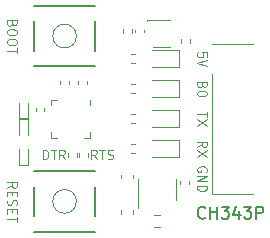
<source format=gbr>
%TF.GenerationSoftware,KiCad,Pcbnew,(5.1.12-1-10_14)*%
%TF.CreationDate,2022-05-25T15:41:46+08:00*%
%TF.ProjectId,USB2TTL,55534232-5454-44c2-9e6b-696361645f70,V1.0*%
%TF.SameCoordinates,Original*%
%TF.FileFunction,Legend,Top*%
%TF.FilePolarity,Positive*%
%FSLAX46Y46*%
G04 Gerber Fmt 4.6, Leading zero omitted, Abs format (unit mm)*
G04 Created by KiCad (PCBNEW (5.1.12-1-10_14)) date 2022-05-25 15:41:46*
%MOMM*%
%LPD*%
G01*
G04 APERTURE LIST*
%ADD10C,0.150000*%
%ADD11C,0.120000*%
%ADD12C,0.127000*%
G04 APERTURE END LIST*
D10*
X22907023Y1642858D02*
X22859404Y1595239D01*
X22716547Y1547620D01*
X22621309Y1547620D01*
X22478452Y1595239D01*
X22383214Y1690477D01*
X22335595Y1785715D01*
X22287976Y1976191D01*
X22287976Y2119048D01*
X22335595Y2309524D01*
X22383214Y2404762D01*
X22478452Y2500000D01*
X22621309Y2547620D01*
X22716547Y2547620D01*
X22859404Y2500000D01*
X22907023Y2452381D01*
X23335595Y1547620D02*
X23335595Y2547620D01*
X23335595Y2071429D02*
X23907023Y2071429D01*
X23907023Y1547620D02*
X23907023Y2547620D01*
X24287976Y2547620D02*
X24907023Y2547620D01*
X24573690Y2166667D01*
X24716547Y2166667D01*
X24811785Y2119048D01*
X24859404Y2071429D01*
X24907023Y1976191D01*
X24907023Y1738096D01*
X24859404Y1642858D01*
X24811785Y1595239D01*
X24716547Y1547620D01*
X24430833Y1547620D01*
X24335595Y1595239D01*
X24287976Y1642858D01*
X25764166Y2214286D02*
X25764166Y1547620D01*
X25526071Y2595239D02*
X25287976Y1880953D01*
X25907023Y1880953D01*
X26192738Y2547620D02*
X26811785Y2547620D01*
X26478452Y2166667D01*
X26621309Y2166667D01*
X26716547Y2119048D01*
X26764166Y2071429D01*
X26811785Y1976191D01*
X26811785Y1738096D01*
X26764166Y1642858D01*
X26716547Y1595239D01*
X26621309Y1547620D01*
X26335595Y1547620D01*
X26240357Y1595239D01*
X26192738Y1642858D01*
X27240357Y1547620D02*
X27240357Y2547620D01*
X27621309Y2547620D01*
X27716547Y2500000D01*
X27764166Y2452381D01*
X27811785Y2357143D01*
X27811785Y2214286D01*
X27764166Y2119048D01*
X27716547Y2071429D01*
X27621309Y2023810D01*
X27240357Y2023810D01*
D11*
X13725619Y6588096D02*
X13458952Y6969048D01*
X13268476Y6588096D02*
X13268476Y7388096D01*
X13573238Y7388096D01*
X13649428Y7350000D01*
X13687523Y7311905D01*
X13725619Y7235715D01*
X13725619Y7121429D01*
X13687523Y7045239D01*
X13649428Y7007143D01*
X13573238Y6969048D01*
X13268476Y6969048D01*
X13954190Y7388096D02*
X14411333Y7388096D01*
X14182761Y6588096D02*
X14182761Y7388096D01*
X14639904Y6626191D02*
X14754190Y6588096D01*
X14944666Y6588096D01*
X15020857Y6626191D01*
X15058952Y6664286D01*
X15097047Y6740477D01*
X15097047Y6816667D01*
X15058952Y6892858D01*
X15020857Y6930953D01*
X14944666Y6969048D01*
X14792285Y7007143D01*
X14716095Y7045239D01*
X14678000Y7083334D01*
X14639904Y7159524D01*
X14639904Y7235715D01*
X14678000Y7311905D01*
X14716095Y7350000D01*
X14792285Y7388096D01*
X14982761Y7388096D01*
X15097047Y7350000D01*
X9152952Y6588096D02*
X9152952Y7388096D01*
X9343428Y7388096D01*
X9457714Y7350000D01*
X9533904Y7273810D01*
X9572000Y7197620D01*
X9610095Y7045239D01*
X9610095Y6930953D01*
X9572000Y6778572D01*
X9533904Y6702381D01*
X9457714Y6626191D01*
X9343428Y6588096D01*
X9152952Y6588096D01*
X9838666Y7388096D02*
X10295809Y7388096D01*
X10067238Y6588096D02*
X10067238Y7388096D01*
X11019619Y6588096D02*
X10752952Y6969048D01*
X10562476Y6588096D02*
X10562476Y7388096D01*
X10867238Y7388096D01*
X10943428Y7350000D01*
X10981523Y7311905D01*
X11019619Y7235715D01*
X11019619Y7121429D01*
X10981523Y7045239D01*
X10943428Y7007143D01*
X10867238Y6969048D01*
X10562476Y6969048D01*
X23006000Y5529524D02*
X23044095Y5605715D01*
X23044095Y5720000D01*
X23006000Y5834286D01*
X22929809Y5910477D01*
X22853619Y5948572D01*
X22701238Y5986667D01*
X22586952Y5986667D01*
X22434571Y5948572D01*
X22358380Y5910477D01*
X22282190Y5834286D01*
X22244095Y5720000D01*
X22244095Y5643810D01*
X22282190Y5529524D01*
X22320285Y5491429D01*
X22586952Y5491429D01*
X22586952Y5643810D01*
X22244095Y5148572D02*
X23044095Y5148572D01*
X22244095Y4691429D01*
X23044095Y4691429D01*
X22244095Y4310477D02*
X23044095Y4310477D01*
X23044095Y4120000D01*
X23006000Y4005715D01*
X22929809Y3929524D01*
X22853619Y3891429D01*
X22701238Y3853334D01*
X22586952Y3853334D01*
X22434571Y3891429D01*
X22358380Y3929524D01*
X22282190Y4005715D01*
X22244095Y4120000D01*
X22244095Y4310477D01*
X6138095Y4161905D02*
X6519047Y4428572D01*
X6138095Y4619048D02*
X6938095Y4619048D01*
X6938095Y4314286D01*
X6900000Y4238096D01*
X6861904Y4200000D01*
X6785714Y4161905D01*
X6671428Y4161905D01*
X6595238Y4200000D01*
X6557142Y4238096D01*
X6519047Y4314286D01*
X6519047Y4619048D01*
X6557142Y3819048D02*
X6557142Y3552381D01*
X6138095Y3438096D02*
X6138095Y3819048D01*
X6938095Y3819048D01*
X6938095Y3438096D01*
X6176190Y3133334D02*
X6138095Y3019048D01*
X6138095Y2828572D01*
X6176190Y2752381D01*
X6214285Y2714286D01*
X6290476Y2676191D01*
X6366666Y2676191D01*
X6442857Y2714286D01*
X6480952Y2752381D01*
X6519047Y2828572D01*
X6557142Y2980953D01*
X6595238Y3057143D01*
X6633333Y3095239D01*
X6709523Y3133334D01*
X6785714Y3133334D01*
X6861904Y3095239D01*
X6900000Y3057143D01*
X6938095Y2980953D01*
X6938095Y2790477D01*
X6900000Y2676191D01*
X6557142Y2333334D02*
X6557142Y2066667D01*
X6138095Y1952381D02*
X6138095Y2333334D01*
X6938095Y2333334D01*
X6938095Y1952381D01*
X6938095Y1723810D02*
X6938095Y1266667D01*
X6138095Y1495239D02*
X6938095Y1495239D01*
X6557142Y18085715D02*
X6519047Y17971429D01*
X6480952Y17933334D01*
X6404761Y17895239D01*
X6290476Y17895239D01*
X6214285Y17933334D01*
X6176190Y17971429D01*
X6138095Y18047620D01*
X6138095Y18352381D01*
X6938095Y18352381D01*
X6938095Y18085715D01*
X6900000Y18009524D01*
X6861904Y17971429D01*
X6785714Y17933334D01*
X6709523Y17933334D01*
X6633333Y17971429D01*
X6595238Y18009524D01*
X6557142Y18085715D01*
X6557142Y18352381D01*
X6938095Y17400000D02*
X6938095Y17247620D01*
X6900000Y17171429D01*
X6823809Y17095239D01*
X6671428Y17057143D01*
X6404761Y17057143D01*
X6252380Y17095239D01*
X6176190Y17171429D01*
X6138095Y17247620D01*
X6138095Y17400000D01*
X6176190Y17476191D01*
X6252380Y17552381D01*
X6404761Y17590477D01*
X6671428Y17590477D01*
X6823809Y17552381D01*
X6900000Y17476191D01*
X6938095Y17400000D01*
X6938095Y16561905D02*
X6938095Y16409524D01*
X6900000Y16333334D01*
X6823809Y16257143D01*
X6671428Y16219048D01*
X6404761Y16219048D01*
X6252380Y16257143D01*
X6176190Y16333334D01*
X6138095Y16409524D01*
X6138095Y16561905D01*
X6176190Y16638096D01*
X6252380Y16714286D01*
X6404761Y16752381D01*
X6671428Y16752381D01*
X6823809Y16714286D01*
X6900000Y16638096D01*
X6938095Y16561905D01*
X6938095Y15990477D02*
X6938095Y15533334D01*
X6138095Y15761905D02*
X6938095Y15761905D01*
X23044095Y15232381D02*
X23044095Y15613334D01*
X22663142Y15651429D01*
X22701238Y15613334D01*
X22739333Y15537143D01*
X22739333Y15346667D01*
X22701238Y15270477D01*
X22663142Y15232381D01*
X22586952Y15194286D01*
X22396476Y15194286D01*
X22320285Y15232381D01*
X22282190Y15270477D01*
X22244095Y15346667D01*
X22244095Y15537143D01*
X22282190Y15613334D01*
X22320285Y15651429D01*
X23044095Y14965715D02*
X22244095Y14699048D01*
X23044095Y14432381D01*
X22663142Y12863810D02*
X22625047Y12749524D01*
X22586952Y12711429D01*
X22510761Y12673334D01*
X22396476Y12673334D01*
X22320285Y12711429D01*
X22282190Y12749524D01*
X22244095Y12825715D01*
X22244095Y13130477D01*
X23044095Y13130477D01*
X23044095Y12863810D01*
X23006000Y12787620D01*
X22967904Y12749524D01*
X22891714Y12711429D01*
X22815523Y12711429D01*
X22739333Y12749524D01*
X22701238Y12787620D01*
X22663142Y12863810D01*
X22663142Y13130477D01*
X23044095Y12178096D02*
X23044095Y12101905D01*
X23006000Y12025715D01*
X22967904Y11987620D01*
X22891714Y11949524D01*
X22739333Y11911429D01*
X22548857Y11911429D01*
X22396476Y11949524D01*
X22320285Y11987620D01*
X22282190Y12025715D01*
X22244095Y12101905D01*
X22244095Y12178096D01*
X22282190Y12254286D01*
X22320285Y12292381D01*
X22396476Y12330477D01*
X22548857Y12368572D01*
X22739333Y12368572D01*
X22891714Y12330477D01*
X22967904Y12292381D01*
X23006000Y12254286D01*
X23044095Y12178096D01*
X22244095Y7593334D02*
X22625047Y7860000D01*
X22244095Y8050477D02*
X23044095Y8050477D01*
X23044095Y7745715D01*
X23006000Y7669524D01*
X22967904Y7631429D01*
X22891714Y7593334D01*
X22777428Y7593334D01*
X22701238Y7631429D01*
X22663142Y7669524D01*
X22625047Y7745715D01*
X22625047Y8050477D01*
X23044095Y7326667D02*
X22244095Y6793334D01*
X23044095Y6793334D02*
X22244095Y7326667D01*
X23044095Y10609524D02*
X23044095Y10152381D01*
X22244095Y10380953D02*
X23044095Y10380953D01*
X23044095Y9961905D02*
X22244095Y9428572D01*
X23044095Y9428572D02*
X22244095Y9961905D01*
%TO.C,J2*%
X23460000Y3650000D02*
X26960000Y3650000D01*
X23460000Y13810000D02*
X23460000Y3650000D01*
X23460000Y16350000D02*
X26960000Y16350000D01*
%TO.C,R9*%
X12220000Y6796359D02*
X12220000Y7103641D01*
X12980000Y6796359D02*
X12980000Y7103641D01*
%TO.C,R8*%
X11270000Y6796359D02*
X11270000Y7103641D01*
X12030000Y6796359D02*
X12030000Y7103641D01*
%TO.C,SW2*%
X12000000Y17000000D02*
G75*
G03*
X12000000Y17000000I-1000000J0D01*
G01*
D12*
X8450000Y18250000D02*
X8450000Y15750000D01*
X13550000Y15750000D02*
X13550000Y18250000D01*
X8450000Y14450000D02*
X13550000Y14450000D01*
X8450000Y19550000D02*
X13550000Y19550000D01*
D11*
%TO.C,SW1*%
X12000000Y3000000D02*
G75*
G03*
X12000000Y3000000I-1000000J0D01*
G01*
D12*
X13550000Y1750000D02*
X13550000Y4250000D01*
X8450000Y4250000D02*
X8450000Y1750000D01*
X13550000Y5550000D02*
X8450000Y5550000D01*
X13550000Y450000D02*
X8450000Y450000D01*
D11*
%TO.C,R1*%
X19087258Y827500D02*
X18612742Y827500D01*
X19087258Y1872500D02*
X18612742Y1872500D01*
%TO.C,R3*%
X21630000Y16753641D02*
X21630000Y16446359D01*
X20870000Y16753641D02*
X20870000Y16446359D01*
%TO.C,R2*%
X16730000Y17603641D02*
X16730000Y17296359D01*
X15970000Y17603641D02*
X15970000Y17296359D01*
%TO.C,Q1*%
X18000000Y18400000D02*
X19950000Y18400000D01*
X18000000Y18400000D02*
X18000000Y18300000D01*
X19950000Y16100000D02*
X18450000Y16100000D01*
%TO.C,C4*%
X17710000Y17557836D02*
X17710000Y17342164D01*
X16990000Y17557836D02*
X16990000Y17342164D01*
%TO.C,R7*%
X16950641Y14700000D02*
X16643359Y14700000D01*
X16950641Y15460000D02*
X16643359Y15460000D01*
%TO.C,R6*%
X16950641Y12160000D02*
X16643359Y12160000D01*
X16950641Y12920000D02*
X16643359Y12920000D01*
%TO.C,R5*%
X16950641Y7080000D02*
X16643359Y7080000D01*
X16950641Y7840000D02*
X16643359Y7840000D01*
%TO.C,R4*%
X16950641Y9620000D02*
X16643359Y9620000D01*
X16950641Y10380000D02*
X16643359Y10380000D01*
%TO.C,D7*%
X18410000Y14345000D02*
X20695000Y14345000D01*
X20695000Y14345000D02*
X20695000Y15815000D01*
X20695000Y15815000D02*
X18410000Y15815000D01*
%TO.C,D6*%
X18410000Y11805000D02*
X20695000Y11805000D01*
X20695000Y11805000D02*
X20695000Y13275000D01*
X20695000Y13275000D02*
X18410000Y13275000D01*
%TO.C,D5*%
X18410000Y6725000D02*
X20695000Y6725000D01*
X20695000Y6725000D02*
X20695000Y8195000D01*
X20695000Y8195000D02*
X18410000Y8195000D01*
%TO.C,D4*%
X18410000Y9265000D02*
X20695000Y9265000D01*
X20695000Y9265000D02*
X20695000Y10735000D01*
X20695000Y10735000D02*
X18410000Y10735000D01*
%TO.C,C3*%
X16810000Y5240580D02*
X16810000Y4959420D01*
X15790000Y5240580D02*
X15790000Y4959420D01*
%TO.C,C2*%
X21510000Y4707836D02*
X21510000Y4492164D01*
X20790000Y4707836D02*
X20790000Y4492164D01*
%TO.C,C5*%
X8540000Y10692164D02*
X8540000Y10907836D01*
X9260000Y10692164D02*
X9260000Y10907836D01*
%TO.C,C7*%
X12140000Y12942164D02*
X12140000Y13157836D01*
X12860000Y12942164D02*
X12860000Y13157836D01*
%TO.C,C6*%
X10640000Y12942164D02*
X10640000Y13157836D01*
X11360000Y12942164D02*
X11360000Y13157836D01*
%TO.C,C1*%
X16810000Y2240580D02*
X16810000Y1959420D01*
X15790000Y2240580D02*
X15790000Y1959420D01*
%TO.C,U2*%
X13110000Y8865000D02*
X13110000Y8390000D01*
X13110000Y8390000D02*
X12635000Y8390000D01*
X9890000Y11135000D02*
X9890000Y11610000D01*
X9890000Y11610000D02*
X10365000Y11610000D01*
X9890000Y8865000D02*
X9890000Y8390000D01*
X9890000Y8390000D02*
X10365000Y8390000D01*
X13110000Y11135000D02*
X13110000Y11610000D01*
%TO.C,U1*%
X20460000Y3100000D02*
X20460000Y4900000D01*
X17240000Y4900000D02*
X17240000Y2450000D01*
%TO.C,D3*%
X7900000Y7400000D02*
X7900000Y6100000D01*
X7100000Y7400000D02*
X7100000Y6100000D01*
X7100000Y6100000D02*
X7900000Y6100000D01*
%TO.C,D2*%
X7900000Y11350000D02*
X7900000Y10050000D01*
X7100000Y11350000D02*
X7100000Y10050000D01*
X7100000Y10050000D02*
X7900000Y10050000D01*
%TO.C,D1*%
X7100000Y8650000D02*
X7100000Y9950000D01*
X7900000Y8650000D02*
X7900000Y9950000D01*
X7900000Y9950000D02*
X7100000Y9950000D01*
%TD*%
M02*

</source>
